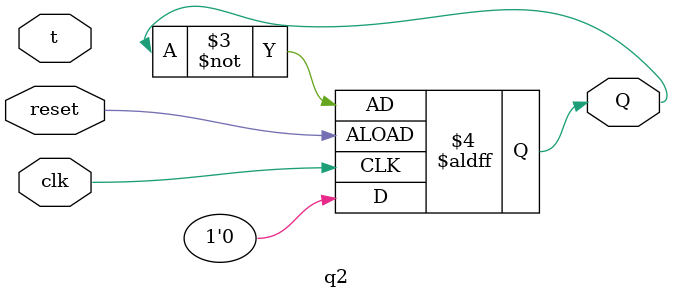
<source format=v>
module q2(t, clk, reset, Q);
	input t, clk, reset; 
	output Q;
	reg Q;
	always @(posedge reset or negedge clk)
	begin
	if(!reset)
	Q<=0;
	else
	Q<=~Q;
	end
endmodule
</source>
